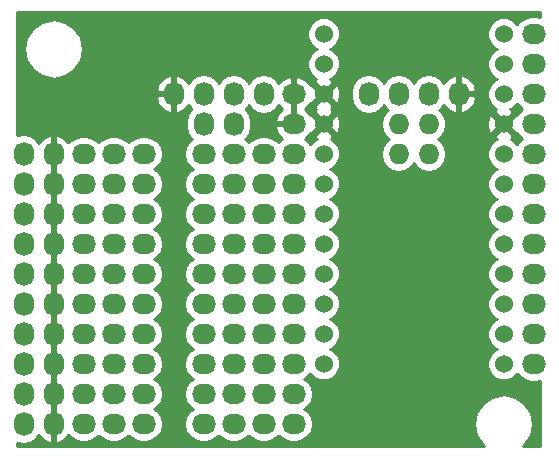
<source format=gbl>
G04 #@! TF.FileFunction,Copper,L2,Bot,Signal*
%FSLAX46Y46*%
G04 Gerber Fmt 4.6, Leading zero omitted, Abs format (unit mm)*
G04 Created by KiCad (PCBNEW 4.0.2+dfsg1-stable) date 2016年11月21日 00時06分46秒*
%MOMM*%
G01*
G04 APERTURE LIST*
%ADD10C,0.100000*%
%ADD11O,2.032000X1.727200*%
%ADD12O,1.727200X1.727200*%
%ADD13O,1.727200X2.032000*%
%ADD14C,1.524000*%
%ADD15C,0.600000*%
%ADD16C,0.250000*%
%ADD17C,0.254000*%
G04 APERTURE END LIST*
D10*
D11*
X121920000Y-115570000D03*
X124460000Y-115570000D03*
X127000000Y-115570000D03*
X121920000Y-118110000D03*
X124460000Y-118110000D03*
X127000000Y-118110000D03*
X121920000Y-120650000D03*
X124460000Y-120650000D03*
X127000000Y-120650000D03*
X121920000Y-123190000D03*
X124460000Y-123190000D03*
X127000000Y-123190000D03*
X121920000Y-125730000D03*
X124460000Y-125730000D03*
X127000000Y-125730000D03*
X121920000Y-128270000D03*
X124460000Y-128270000D03*
X127000000Y-128270000D03*
X121920000Y-130810000D03*
X124460000Y-130810000D03*
X127000000Y-130810000D03*
X121920000Y-133350000D03*
X124460000Y-133350000D03*
X127000000Y-133350000D03*
X121920000Y-135890000D03*
X124460000Y-135890000D03*
X127000000Y-135890000D03*
X121920000Y-138430000D03*
X124460000Y-138430000D03*
X127000000Y-138430000D03*
X132080000Y-115570000D03*
X134620000Y-115570000D03*
X137160000Y-115570000D03*
X132080000Y-118110000D03*
X134620000Y-118110000D03*
X137160000Y-118110000D03*
X132080000Y-120650000D03*
X134620000Y-120650000D03*
X137160000Y-120650000D03*
X132080000Y-123190000D03*
X134620000Y-123190000D03*
X137160000Y-123190000D03*
X132080000Y-125730000D03*
X134620000Y-125730000D03*
X137160000Y-125730000D03*
X132080000Y-128270000D03*
X134620000Y-128270000D03*
X137160000Y-128270000D03*
X132080000Y-130810000D03*
X134620000Y-130810000D03*
X137160000Y-130810000D03*
X132080000Y-133350000D03*
X134620000Y-133350000D03*
X137160000Y-133350000D03*
X132080000Y-135890000D03*
X134620000Y-135890000D03*
X137160000Y-135890000D03*
X132080000Y-138430000D03*
X134620000Y-138430000D03*
X137160000Y-138430000D03*
D12*
X151130000Y-113030000D03*
X151130000Y-115570000D03*
X148590000Y-113030000D03*
X148590000Y-115570000D03*
D13*
X151130000Y-110490000D03*
X153670000Y-110490000D03*
X146050000Y-110490000D03*
X148590000Y-110490000D03*
X132080000Y-113030000D03*
X134620000Y-113030000D03*
X132080000Y-110490000D03*
X129540000Y-110490000D03*
X137160000Y-110490000D03*
X134620000Y-110490000D03*
X119380000Y-138430000D03*
X119380000Y-135890000D03*
X119380000Y-133350000D03*
X119380000Y-130810000D03*
X119380000Y-128270000D03*
X119380000Y-125730000D03*
X119380000Y-123190000D03*
X119380000Y-120650000D03*
X119380000Y-118110000D03*
X119380000Y-115570000D03*
X116840000Y-138430000D03*
X116840000Y-135890000D03*
X116840000Y-133350000D03*
X116840000Y-130810000D03*
X116840000Y-128270000D03*
X116840000Y-125730000D03*
X116840000Y-123190000D03*
X116840000Y-120650000D03*
X116840000Y-118110000D03*
X116840000Y-115570000D03*
D11*
X139700000Y-110490000D03*
X139700000Y-113030000D03*
X139700000Y-115570000D03*
X139700000Y-118110000D03*
X139700000Y-120650000D03*
X139700000Y-123190000D03*
X139700000Y-125730000D03*
X139700000Y-128270000D03*
X139700000Y-130810000D03*
X139700000Y-133350000D03*
X139700000Y-135890000D03*
X139700000Y-138430000D03*
X160020000Y-105410000D03*
X160020000Y-107950000D03*
X160020000Y-110490000D03*
X160020000Y-113030000D03*
X160020000Y-115570000D03*
X160020000Y-118110000D03*
X160020000Y-120650000D03*
X160020000Y-123190000D03*
X160020000Y-125730000D03*
X160020000Y-128270000D03*
X160020000Y-130810000D03*
X160020000Y-133350000D03*
D14*
X142240000Y-105410000D03*
X142240000Y-107950000D03*
X142240000Y-110490000D03*
X142240000Y-113030000D03*
X142240000Y-115570000D03*
X142240000Y-118110000D03*
X142240000Y-120650000D03*
X142240000Y-123190000D03*
X142240000Y-125730000D03*
X142240000Y-128270000D03*
X142240000Y-130810000D03*
X142240000Y-133350000D03*
X157480000Y-133350000D03*
X157480000Y-130810000D03*
X157480000Y-128270000D03*
X157480000Y-125730000D03*
X157480000Y-123190000D03*
X157480000Y-120650000D03*
X157480000Y-118110000D03*
X157480000Y-115570000D03*
X157480000Y-113030000D03*
X157480000Y-110490000D03*
X157480000Y-107950000D03*
X157480000Y-105410000D03*
D15*
X153797000Y-106807000D03*
X119507000Y-111379000D03*
D16*
X153670000Y-110490000D02*
X153670000Y-106934000D01*
X153670000Y-106934000D02*
X153797000Y-106807000D01*
X119380000Y-115570000D02*
X119380000Y-111506000D01*
X119380000Y-111506000D02*
X119507000Y-111379000D01*
D17*
G36*
X160580000Y-103986043D02*
X160204745Y-103911400D01*
X159835255Y-103911400D01*
X159261766Y-104025474D01*
X158775585Y-104350330D01*
X158623431Y-104578045D01*
X158272370Y-104226371D01*
X157759100Y-104013243D01*
X157203339Y-104012758D01*
X156689697Y-104224990D01*
X156296371Y-104617630D01*
X156083243Y-105130900D01*
X156082758Y-105686661D01*
X156294990Y-106200303D01*
X156687630Y-106593629D01*
X156895512Y-106679949D01*
X156689697Y-106764990D01*
X156296371Y-107157630D01*
X156083243Y-107670900D01*
X156082758Y-108226661D01*
X156294990Y-108740303D01*
X156687630Y-109133629D01*
X156895512Y-109219949D01*
X156689697Y-109304990D01*
X156296371Y-109697630D01*
X156083243Y-110210900D01*
X156082758Y-110766661D01*
X156294990Y-111280303D01*
X156687630Y-111673629D01*
X156879727Y-111753395D01*
X156748857Y-111807603D01*
X156679392Y-112049787D01*
X157480000Y-112850395D01*
X158280608Y-112049787D01*
X158211143Y-111807603D01*
X158070682Y-111757491D01*
X158270303Y-111675010D01*
X158623648Y-111322281D01*
X158775585Y-111549670D01*
X159085069Y-111756461D01*
X158669268Y-112127964D01*
X158600963Y-112269763D01*
X158460213Y-112229392D01*
X157659605Y-113030000D01*
X158460213Y-113830608D01*
X158600963Y-113790237D01*
X158669268Y-113932036D01*
X159085069Y-114303539D01*
X158775585Y-114510330D01*
X158623431Y-114738045D01*
X158272370Y-114386371D01*
X158080273Y-114306605D01*
X158211143Y-114252397D01*
X158280608Y-114010213D01*
X157480000Y-113209605D01*
X156679392Y-114010213D01*
X156748857Y-114252397D01*
X156889318Y-114302509D01*
X156689697Y-114384990D01*
X156296371Y-114777630D01*
X156083243Y-115290900D01*
X156082758Y-115846661D01*
X156294990Y-116360303D01*
X156687630Y-116753629D01*
X156895512Y-116839949D01*
X156689697Y-116924990D01*
X156296371Y-117317630D01*
X156083243Y-117830900D01*
X156082758Y-118386661D01*
X156294990Y-118900303D01*
X156687630Y-119293629D01*
X156895512Y-119379949D01*
X156689697Y-119464990D01*
X156296371Y-119857630D01*
X156083243Y-120370900D01*
X156082758Y-120926661D01*
X156294990Y-121440303D01*
X156687630Y-121833629D01*
X156895512Y-121919949D01*
X156689697Y-122004990D01*
X156296371Y-122397630D01*
X156083243Y-122910900D01*
X156082758Y-123466661D01*
X156294990Y-123980303D01*
X156687630Y-124373629D01*
X156895512Y-124459949D01*
X156689697Y-124544990D01*
X156296371Y-124937630D01*
X156083243Y-125450900D01*
X156082758Y-126006661D01*
X156294990Y-126520303D01*
X156687630Y-126913629D01*
X156895512Y-126999949D01*
X156689697Y-127084990D01*
X156296371Y-127477630D01*
X156083243Y-127990900D01*
X156082758Y-128546661D01*
X156294990Y-129060303D01*
X156687630Y-129453629D01*
X156895512Y-129539949D01*
X156689697Y-129624990D01*
X156296371Y-130017630D01*
X156083243Y-130530900D01*
X156082758Y-131086661D01*
X156294990Y-131600303D01*
X156687630Y-131993629D01*
X156895512Y-132079949D01*
X156689697Y-132164990D01*
X156296371Y-132557630D01*
X156083243Y-133070900D01*
X156082758Y-133626661D01*
X156294990Y-134140303D01*
X156687630Y-134533629D01*
X157200900Y-134746757D01*
X157756661Y-134747242D01*
X158270303Y-134535010D01*
X158623648Y-134182281D01*
X158775585Y-134409670D01*
X159261766Y-134734526D01*
X159835255Y-134848600D01*
X160204745Y-134848600D01*
X160580000Y-134773957D01*
X160580000Y-140260000D01*
X159165312Y-140260000D01*
X159252046Y-140202046D01*
X159795289Y-139389024D01*
X159986051Y-138430000D01*
X159795289Y-137470976D01*
X159252046Y-136657954D01*
X158439024Y-136114711D01*
X157480000Y-135923949D01*
X156520976Y-136114711D01*
X155707954Y-136657954D01*
X155164711Y-137470976D01*
X154973949Y-138430000D01*
X155164711Y-139389024D01*
X155707954Y-140202046D01*
X155794688Y-140260000D01*
X116280000Y-140260000D01*
X116280000Y-140001954D01*
X116840000Y-140113345D01*
X117413489Y-139999271D01*
X117899670Y-139674415D01*
X118106461Y-139364931D01*
X118477964Y-139780732D01*
X119005209Y-140034709D01*
X119020974Y-140037358D01*
X119253000Y-139916217D01*
X119253000Y-138557000D01*
X119233000Y-138557000D01*
X119233000Y-138303000D01*
X119253000Y-138303000D01*
X119253000Y-136017000D01*
X119233000Y-136017000D01*
X119233000Y-135763000D01*
X119253000Y-135763000D01*
X119253000Y-133477000D01*
X119233000Y-133477000D01*
X119233000Y-133223000D01*
X119253000Y-133223000D01*
X119253000Y-130937000D01*
X119233000Y-130937000D01*
X119233000Y-130683000D01*
X119253000Y-130683000D01*
X119253000Y-128397000D01*
X119233000Y-128397000D01*
X119233000Y-128143000D01*
X119253000Y-128143000D01*
X119253000Y-125857000D01*
X119233000Y-125857000D01*
X119233000Y-125603000D01*
X119253000Y-125603000D01*
X119253000Y-123317000D01*
X119233000Y-123317000D01*
X119233000Y-123063000D01*
X119253000Y-123063000D01*
X119253000Y-120777000D01*
X119233000Y-120777000D01*
X119233000Y-120523000D01*
X119253000Y-120523000D01*
X119253000Y-118237000D01*
X119233000Y-118237000D01*
X119233000Y-117983000D01*
X119253000Y-117983000D01*
X119253000Y-115697000D01*
X119233000Y-115697000D01*
X119233000Y-115443000D01*
X119253000Y-115443000D01*
X119253000Y-114083783D01*
X119507000Y-114083783D01*
X119507000Y-115443000D01*
X119527000Y-115443000D01*
X119527000Y-115697000D01*
X119507000Y-115697000D01*
X119507000Y-117983000D01*
X119527000Y-117983000D01*
X119527000Y-118237000D01*
X119507000Y-118237000D01*
X119507000Y-120523000D01*
X119527000Y-120523000D01*
X119527000Y-120777000D01*
X119507000Y-120777000D01*
X119507000Y-123063000D01*
X119527000Y-123063000D01*
X119527000Y-123317000D01*
X119507000Y-123317000D01*
X119507000Y-125603000D01*
X119527000Y-125603000D01*
X119527000Y-125857000D01*
X119507000Y-125857000D01*
X119507000Y-128143000D01*
X119527000Y-128143000D01*
X119527000Y-128397000D01*
X119507000Y-128397000D01*
X119507000Y-130683000D01*
X119527000Y-130683000D01*
X119527000Y-130937000D01*
X119507000Y-130937000D01*
X119507000Y-133223000D01*
X119527000Y-133223000D01*
X119527000Y-133477000D01*
X119507000Y-133477000D01*
X119507000Y-135763000D01*
X119527000Y-135763000D01*
X119527000Y-136017000D01*
X119507000Y-136017000D01*
X119507000Y-138303000D01*
X119527000Y-138303000D01*
X119527000Y-138557000D01*
X119507000Y-138557000D01*
X119507000Y-139916217D01*
X119739026Y-140037358D01*
X119754791Y-140034709D01*
X120282036Y-139780732D01*
X120618466Y-139404186D01*
X120675585Y-139489670D01*
X121161766Y-139814526D01*
X121735255Y-139928600D01*
X122104745Y-139928600D01*
X122678234Y-139814526D01*
X123164415Y-139489670D01*
X123190000Y-139451379D01*
X123215585Y-139489670D01*
X123701766Y-139814526D01*
X124275255Y-139928600D01*
X124644745Y-139928600D01*
X125218234Y-139814526D01*
X125704415Y-139489670D01*
X125730000Y-139451379D01*
X125755585Y-139489670D01*
X126241766Y-139814526D01*
X126815255Y-139928600D01*
X127184745Y-139928600D01*
X127758234Y-139814526D01*
X128244415Y-139489670D01*
X128569271Y-139003489D01*
X128683345Y-138430000D01*
X128569271Y-137856511D01*
X128244415Y-137370330D01*
X127929634Y-137160000D01*
X128244415Y-136949670D01*
X128569271Y-136463489D01*
X128683345Y-135890000D01*
X128569271Y-135316511D01*
X128244415Y-134830330D01*
X127929634Y-134620000D01*
X128244415Y-134409670D01*
X128569271Y-133923489D01*
X128683345Y-133350000D01*
X128569271Y-132776511D01*
X128244415Y-132290330D01*
X127929634Y-132080000D01*
X128244415Y-131869670D01*
X128569271Y-131383489D01*
X128683345Y-130810000D01*
X128569271Y-130236511D01*
X128244415Y-129750330D01*
X127929634Y-129540000D01*
X128244415Y-129329670D01*
X128569271Y-128843489D01*
X128683345Y-128270000D01*
X128569271Y-127696511D01*
X128244415Y-127210330D01*
X127929634Y-127000000D01*
X128244415Y-126789670D01*
X128569271Y-126303489D01*
X128683345Y-125730000D01*
X128569271Y-125156511D01*
X128244415Y-124670330D01*
X127929634Y-124460000D01*
X128244415Y-124249670D01*
X128569271Y-123763489D01*
X128683345Y-123190000D01*
X128569271Y-122616511D01*
X128244415Y-122130330D01*
X127929634Y-121920000D01*
X128244415Y-121709670D01*
X128569271Y-121223489D01*
X128683345Y-120650000D01*
X128569271Y-120076511D01*
X128244415Y-119590330D01*
X127929634Y-119380000D01*
X128244415Y-119169670D01*
X128569271Y-118683489D01*
X128683345Y-118110000D01*
X128569271Y-117536511D01*
X128244415Y-117050330D01*
X127929634Y-116840000D01*
X128244415Y-116629670D01*
X128569271Y-116143489D01*
X128683345Y-115570000D01*
X128569271Y-114996511D01*
X128244415Y-114510330D01*
X127758234Y-114185474D01*
X127184745Y-114071400D01*
X126815255Y-114071400D01*
X126241766Y-114185474D01*
X125755585Y-114510330D01*
X125730000Y-114548621D01*
X125704415Y-114510330D01*
X125218234Y-114185474D01*
X124644745Y-114071400D01*
X124275255Y-114071400D01*
X123701766Y-114185474D01*
X123215585Y-114510330D01*
X123190000Y-114548621D01*
X123164415Y-114510330D01*
X122678234Y-114185474D01*
X122104745Y-114071400D01*
X121735255Y-114071400D01*
X121161766Y-114185474D01*
X120675585Y-114510330D01*
X120618466Y-114595814D01*
X120282036Y-114219268D01*
X119754791Y-113965291D01*
X119739026Y-113962642D01*
X119507000Y-114083783D01*
X119253000Y-114083783D01*
X119020974Y-113962642D01*
X119005209Y-113965291D01*
X118477964Y-114219268D01*
X118106461Y-114635069D01*
X117899670Y-114325585D01*
X117413489Y-114000729D01*
X116840000Y-113886655D01*
X116280000Y-113998046D01*
X116280000Y-110851913D01*
X128054816Y-110851913D01*
X128248046Y-111404320D01*
X128637964Y-111840732D01*
X129165209Y-112094709D01*
X129180974Y-112097358D01*
X129413000Y-111976217D01*
X129413000Y-110617000D01*
X128199076Y-110617000D01*
X128054816Y-110851913D01*
X116280000Y-110851913D01*
X116280000Y-110128087D01*
X128054816Y-110128087D01*
X128199076Y-110363000D01*
X129413000Y-110363000D01*
X129413000Y-109003783D01*
X129667000Y-109003783D01*
X129667000Y-110363000D01*
X129687000Y-110363000D01*
X129687000Y-110617000D01*
X129667000Y-110617000D01*
X129667000Y-111976217D01*
X129899026Y-112097358D01*
X129914791Y-112094709D01*
X130442036Y-111840732D01*
X130813539Y-111424931D01*
X131020330Y-111734415D01*
X131058621Y-111760000D01*
X131020330Y-111785585D01*
X130695474Y-112271766D01*
X130581400Y-112845255D01*
X130581400Y-113214745D01*
X130695474Y-113788234D01*
X131020330Y-114274415D01*
X131104493Y-114330651D01*
X130835585Y-114510330D01*
X130510729Y-114996511D01*
X130396655Y-115570000D01*
X130510729Y-116143489D01*
X130835585Y-116629670D01*
X131150366Y-116840000D01*
X130835585Y-117050330D01*
X130510729Y-117536511D01*
X130396655Y-118110000D01*
X130510729Y-118683489D01*
X130835585Y-119169670D01*
X131150366Y-119380000D01*
X130835585Y-119590330D01*
X130510729Y-120076511D01*
X130396655Y-120650000D01*
X130510729Y-121223489D01*
X130835585Y-121709670D01*
X131150366Y-121920000D01*
X130835585Y-122130330D01*
X130510729Y-122616511D01*
X130396655Y-123190000D01*
X130510729Y-123763489D01*
X130835585Y-124249670D01*
X131150366Y-124460000D01*
X130835585Y-124670330D01*
X130510729Y-125156511D01*
X130396655Y-125730000D01*
X130510729Y-126303489D01*
X130835585Y-126789670D01*
X131150366Y-127000000D01*
X130835585Y-127210330D01*
X130510729Y-127696511D01*
X130396655Y-128270000D01*
X130510729Y-128843489D01*
X130835585Y-129329670D01*
X131150366Y-129540000D01*
X130835585Y-129750330D01*
X130510729Y-130236511D01*
X130396655Y-130810000D01*
X130510729Y-131383489D01*
X130835585Y-131869670D01*
X131150366Y-132080000D01*
X130835585Y-132290330D01*
X130510729Y-132776511D01*
X130396655Y-133350000D01*
X130510729Y-133923489D01*
X130835585Y-134409670D01*
X131150366Y-134620000D01*
X130835585Y-134830330D01*
X130510729Y-135316511D01*
X130396655Y-135890000D01*
X130510729Y-136463489D01*
X130835585Y-136949670D01*
X131150366Y-137160000D01*
X130835585Y-137370330D01*
X130510729Y-137856511D01*
X130396655Y-138430000D01*
X130510729Y-139003489D01*
X130835585Y-139489670D01*
X131321766Y-139814526D01*
X131895255Y-139928600D01*
X132264745Y-139928600D01*
X132838234Y-139814526D01*
X133324415Y-139489670D01*
X133350000Y-139451379D01*
X133375585Y-139489670D01*
X133861766Y-139814526D01*
X134435255Y-139928600D01*
X134804745Y-139928600D01*
X135378234Y-139814526D01*
X135864415Y-139489670D01*
X135890000Y-139451379D01*
X135915585Y-139489670D01*
X136401766Y-139814526D01*
X136975255Y-139928600D01*
X137344745Y-139928600D01*
X137918234Y-139814526D01*
X138404415Y-139489670D01*
X138430000Y-139451379D01*
X138455585Y-139489670D01*
X138941766Y-139814526D01*
X139515255Y-139928600D01*
X139884745Y-139928600D01*
X140458234Y-139814526D01*
X140944415Y-139489670D01*
X141269271Y-139003489D01*
X141383345Y-138430000D01*
X141269271Y-137856511D01*
X140944415Y-137370330D01*
X140629634Y-137160000D01*
X140944415Y-136949670D01*
X141269271Y-136463489D01*
X141383345Y-135890000D01*
X141269271Y-135316511D01*
X140944415Y-134830330D01*
X140629634Y-134620000D01*
X140944415Y-134409670D01*
X141096569Y-134181955D01*
X141447630Y-134533629D01*
X141960900Y-134746757D01*
X142516661Y-134747242D01*
X143030303Y-134535010D01*
X143423629Y-134142370D01*
X143636757Y-133629100D01*
X143637242Y-133073339D01*
X143425010Y-132559697D01*
X143032370Y-132166371D01*
X142824488Y-132080051D01*
X143030303Y-131995010D01*
X143423629Y-131602370D01*
X143636757Y-131089100D01*
X143637242Y-130533339D01*
X143425010Y-130019697D01*
X143032370Y-129626371D01*
X142824488Y-129540051D01*
X143030303Y-129455010D01*
X143423629Y-129062370D01*
X143636757Y-128549100D01*
X143637242Y-127993339D01*
X143425010Y-127479697D01*
X143032370Y-127086371D01*
X142824488Y-127000051D01*
X143030303Y-126915010D01*
X143423629Y-126522370D01*
X143636757Y-126009100D01*
X143637242Y-125453339D01*
X143425010Y-124939697D01*
X143032370Y-124546371D01*
X142824488Y-124460051D01*
X143030303Y-124375010D01*
X143423629Y-123982370D01*
X143636757Y-123469100D01*
X143637242Y-122913339D01*
X143425010Y-122399697D01*
X143032370Y-122006371D01*
X142824488Y-121920051D01*
X143030303Y-121835010D01*
X143423629Y-121442370D01*
X143636757Y-120929100D01*
X143637242Y-120373339D01*
X143425010Y-119859697D01*
X143032370Y-119466371D01*
X142824488Y-119380051D01*
X143030303Y-119295010D01*
X143423629Y-118902370D01*
X143636757Y-118389100D01*
X143637242Y-117833339D01*
X143425010Y-117319697D01*
X143032370Y-116926371D01*
X142824488Y-116840051D01*
X143030303Y-116755010D01*
X143423629Y-116362370D01*
X143636757Y-115849100D01*
X143637242Y-115293339D01*
X143425010Y-114779697D01*
X143032370Y-114386371D01*
X142840273Y-114306605D01*
X142971143Y-114252397D01*
X143040608Y-114010213D01*
X142240000Y-113209605D01*
X141439392Y-114010213D01*
X141508857Y-114252397D01*
X141649318Y-114302509D01*
X141449697Y-114384990D01*
X141096352Y-114737719D01*
X140944415Y-114510330D01*
X140634931Y-114303539D01*
X141050732Y-113932036D01*
X141119037Y-113790237D01*
X141259787Y-113830608D01*
X142060395Y-113030000D01*
X142419605Y-113030000D01*
X143220213Y-113830608D01*
X143462397Y-113761143D01*
X143649144Y-113237698D01*
X143621362Y-112682632D01*
X143462397Y-112298857D01*
X143220213Y-112229392D01*
X142419605Y-113030000D01*
X142060395Y-113030000D01*
X141259787Y-112229392D01*
X141119037Y-112269763D01*
X141050732Y-112127964D01*
X140638892Y-111760000D01*
X140963233Y-111470213D01*
X141439392Y-111470213D01*
X141508857Y-111712397D01*
X141632344Y-111756453D01*
X141508857Y-111807603D01*
X141439392Y-112049787D01*
X142240000Y-112850395D01*
X143040608Y-112049787D01*
X142971143Y-111807603D01*
X142847656Y-111763547D01*
X142971143Y-111712397D01*
X143040608Y-111470213D01*
X142240000Y-110669605D01*
X141439392Y-111470213D01*
X140963233Y-111470213D01*
X141050732Y-111392036D01*
X141119037Y-111250237D01*
X141259787Y-111290608D01*
X142060395Y-110490000D01*
X142419605Y-110490000D01*
X143220213Y-111290608D01*
X143462397Y-111221143D01*
X143649144Y-110697698D01*
X143629502Y-110305255D01*
X144551400Y-110305255D01*
X144551400Y-110674745D01*
X144665474Y-111248234D01*
X144990330Y-111734415D01*
X145476511Y-112059271D01*
X146050000Y-112173345D01*
X146623489Y-112059271D01*
X147109670Y-111734415D01*
X147320000Y-111419634D01*
X147530330Y-111734415D01*
X147684896Y-111837693D01*
X147530330Y-111940971D01*
X147205474Y-112427152D01*
X147091400Y-113000641D01*
X147091400Y-113059359D01*
X147205474Y-113632848D01*
X147530330Y-114119029D01*
X147801172Y-114300000D01*
X147530330Y-114480971D01*
X147205474Y-114967152D01*
X147091400Y-115540641D01*
X147091400Y-115599359D01*
X147205474Y-116172848D01*
X147530330Y-116659029D01*
X148016511Y-116983885D01*
X148590000Y-117097959D01*
X149163489Y-116983885D01*
X149649670Y-116659029D01*
X149860000Y-116344248D01*
X150070330Y-116659029D01*
X150556511Y-116983885D01*
X151130000Y-117097959D01*
X151703489Y-116983885D01*
X152189670Y-116659029D01*
X152514526Y-116172848D01*
X152628600Y-115599359D01*
X152628600Y-115540641D01*
X152514526Y-114967152D01*
X152189670Y-114480971D01*
X151918828Y-114300000D01*
X152189670Y-114119029D01*
X152514526Y-113632848D01*
X152628600Y-113059359D01*
X152628600Y-113000641D01*
X152593127Y-112822302D01*
X156070856Y-112822302D01*
X156098638Y-113377368D01*
X156257603Y-113761143D01*
X156499787Y-113830608D01*
X157300395Y-113030000D01*
X156499787Y-112229392D01*
X156257603Y-112298857D01*
X156070856Y-112822302D01*
X152593127Y-112822302D01*
X152514526Y-112427152D01*
X152189670Y-111940971D01*
X152035104Y-111837693D01*
X152189670Y-111734415D01*
X152396461Y-111424931D01*
X152767964Y-111840732D01*
X153295209Y-112094709D01*
X153310974Y-112097358D01*
X153543000Y-111976217D01*
X153543000Y-110617000D01*
X153797000Y-110617000D01*
X153797000Y-111976217D01*
X154029026Y-112097358D01*
X154044791Y-112094709D01*
X154572036Y-111840732D01*
X154961954Y-111404320D01*
X155155184Y-110851913D01*
X155010924Y-110617000D01*
X153797000Y-110617000D01*
X153543000Y-110617000D01*
X153523000Y-110617000D01*
X153523000Y-110363000D01*
X153543000Y-110363000D01*
X153543000Y-109003783D01*
X153797000Y-109003783D01*
X153797000Y-110363000D01*
X155010924Y-110363000D01*
X155155184Y-110128087D01*
X154961954Y-109575680D01*
X154572036Y-109139268D01*
X154044791Y-108885291D01*
X154029026Y-108882642D01*
X153797000Y-109003783D01*
X153543000Y-109003783D01*
X153310974Y-108882642D01*
X153295209Y-108885291D01*
X152767964Y-109139268D01*
X152396461Y-109555069D01*
X152189670Y-109245585D01*
X151703489Y-108920729D01*
X151130000Y-108806655D01*
X150556511Y-108920729D01*
X150070330Y-109245585D01*
X149860000Y-109560366D01*
X149649670Y-109245585D01*
X149163489Y-108920729D01*
X148590000Y-108806655D01*
X148016511Y-108920729D01*
X147530330Y-109245585D01*
X147320000Y-109560366D01*
X147109670Y-109245585D01*
X146623489Y-108920729D01*
X146050000Y-108806655D01*
X145476511Y-108920729D01*
X144990330Y-109245585D01*
X144665474Y-109731766D01*
X144551400Y-110305255D01*
X143629502Y-110305255D01*
X143621362Y-110142632D01*
X143462397Y-109758857D01*
X143220213Y-109689392D01*
X142419605Y-110490000D01*
X142060395Y-110490000D01*
X141259787Y-109689392D01*
X141119037Y-109729763D01*
X141050732Y-109587964D01*
X140614320Y-109198046D01*
X140061913Y-109004816D01*
X139827000Y-109149076D01*
X139827000Y-110363000D01*
X139847000Y-110363000D01*
X139847000Y-110617000D01*
X139827000Y-110617000D01*
X139827000Y-112903000D01*
X139847000Y-112903000D01*
X139847000Y-113157000D01*
X139827000Y-113157000D01*
X139827000Y-113177000D01*
X139573000Y-113177000D01*
X139573000Y-113157000D01*
X138213783Y-113157000D01*
X138092642Y-113389026D01*
X138095291Y-113404791D01*
X138349268Y-113932036D01*
X138765069Y-114303539D01*
X138455585Y-114510330D01*
X138430000Y-114548621D01*
X138404415Y-114510330D01*
X137918234Y-114185474D01*
X137344745Y-114071400D01*
X136975255Y-114071400D01*
X136401766Y-114185474D01*
X135915585Y-114510330D01*
X135890000Y-114548621D01*
X135864415Y-114510330D01*
X135595507Y-114330651D01*
X135679670Y-114274415D01*
X136004526Y-113788234D01*
X136118600Y-113214745D01*
X136118600Y-112845255D01*
X136004526Y-112271766D01*
X135679670Y-111785585D01*
X135641379Y-111760000D01*
X135679670Y-111734415D01*
X135890000Y-111419634D01*
X136100330Y-111734415D01*
X136586511Y-112059271D01*
X137160000Y-112173345D01*
X137733489Y-112059271D01*
X138219670Y-111734415D01*
X138411368Y-111447520D01*
X138761108Y-111760000D01*
X138349268Y-112127964D01*
X138095291Y-112655209D01*
X138092642Y-112670974D01*
X138213783Y-112903000D01*
X139573000Y-112903000D01*
X139573000Y-110617000D01*
X139553000Y-110617000D01*
X139553000Y-110363000D01*
X139573000Y-110363000D01*
X139573000Y-109149076D01*
X139338087Y-109004816D01*
X138785680Y-109198046D01*
X138411368Y-109532480D01*
X138219670Y-109245585D01*
X137733489Y-108920729D01*
X137160000Y-108806655D01*
X136586511Y-108920729D01*
X136100330Y-109245585D01*
X135890000Y-109560366D01*
X135679670Y-109245585D01*
X135193489Y-108920729D01*
X134620000Y-108806655D01*
X134046511Y-108920729D01*
X133560330Y-109245585D01*
X133350000Y-109560366D01*
X133139670Y-109245585D01*
X132653489Y-108920729D01*
X132080000Y-108806655D01*
X131506511Y-108920729D01*
X131020330Y-109245585D01*
X130813539Y-109555069D01*
X130442036Y-109139268D01*
X129914791Y-108885291D01*
X129899026Y-108882642D01*
X129667000Y-109003783D01*
X129413000Y-109003783D01*
X129180974Y-108882642D01*
X129165209Y-108885291D01*
X128637964Y-109139268D01*
X128248046Y-109575680D01*
X128054816Y-110128087D01*
X116280000Y-110128087D01*
X116280000Y-106680000D01*
X116873949Y-106680000D01*
X117064711Y-107639024D01*
X117607954Y-108452046D01*
X118420976Y-108995289D01*
X119380000Y-109186051D01*
X120339024Y-108995289D01*
X121152046Y-108452046D01*
X121695289Y-107639024D01*
X121886051Y-106680000D01*
X121695289Y-105720976D01*
X121672361Y-105686661D01*
X140842758Y-105686661D01*
X141054990Y-106200303D01*
X141447630Y-106593629D01*
X141655512Y-106679949D01*
X141449697Y-106764990D01*
X141056371Y-107157630D01*
X140843243Y-107670900D01*
X140842758Y-108226661D01*
X141054990Y-108740303D01*
X141447630Y-109133629D01*
X141639727Y-109213395D01*
X141508857Y-109267603D01*
X141439392Y-109509787D01*
X142240000Y-110310395D01*
X143040608Y-109509787D01*
X142971143Y-109267603D01*
X142830682Y-109217491D01*
X143030303Y-109135010D01*
X143423629Y-108742370D01*
X143636757Y-108229100D01*
X143637242Y-107673339D01*
X143425010Y-107159697D01*
X143032370Y-106766371D01*
X142824488Y-106680051D01*
X143030303Y-106595010D01*
X143423629Y-106202370D01*
X143636757Y-105689100D01*
X143637242Y-105133339D01*
X143425010Y-104619697D01*
X143032370Y-104226371D01*
X142519100Y-104013243D01*
X141963339Y-104012758D01*
X141449697Y-104224990D01*
X141056371Y-104617630D01*
X140843243Y-105130900D01*
X140842758Y-105686661D01*
X121672361Y-105686661D01*
X121152046Y-104907954D01*
X120339024Y-104364711D01*
X119380000Y-104173949D01*
X118420976Y-104364711D01*
X117607954Y-104907954D01*
X117064711Y-105720976D01*
X116873949Y-106680000D01*
X116280000Y-106680000D01*
X116280000Y-103580000D01*
X160580000Y-103580000D01*
X160580000Y-103986043D01*
X160580000Y-103986043D01*
G37*
X160580000Y-103986043D02*
X160204745Y-103911400D01*
X159835255Y-103911400D01*
X159261766Y-104025474D01*
X158775585Y-104350330D01*
X158623431Y-104578045D01*
X158272370Y-104226371D01*
X157759100Y-104013243D01*
X157203339Y-104012758D01*
X156689697Y-104224990D01*
X156296371Y-104617630D01*
X156083243Y-105130900D01*
X156082758Y-105686661D01*
X156294990Y-106200303D01*
X156687630Y-106593629D01*
X156895512Y-106679949D01*
X156689697Y-106764990D01*
X156296371Y-107157630D01*
X156083243Y-107670900D01*
X156082758Y-108226661D01*
X156294990Y-108740303D01*
X156687630Y-109133629D01*
X156895512Y-109219949D01*
X156689697Y-109304990D01*
X156296371Y-109697630D01*
X156083243Y-110210900D01*
X156082758Y-110766661D01*
X156294990Y-111280303D01*
X156687630Y-111673629D01*
X156879727Y-111753395D01*
X156748857Y-111807603D01*
X156679392Y-112049787D01*
X157480000Y-112850395D01*
X158280608Y-112049787D01*
X158211143Y-111807603D01*
X158070682Y-111757491D01*
X158270303Y-111675010D01*
X158623648Y-111322281D01*
X158775585Y-111549670D01*
X159085069Y-111756461D01*
X158669268Y-112127964D01*
X158600963Y-112269763D01*
X158460213Y-112229392D01*
X157659605Y-113030000D01*
X158460213Y-113830608D01*
X158600963Y-113790237D01*
X158669268Y-113932036D01*
X159085069Y-114303539D01*
X158775585Y-114510330D01*
X158623431Y-114738045D01*
X158272370Y-114386371D01*
X158080273Y-114306605D01*
X158211143Y-114252397D01*
X158280608Y-114010213D01*
X157480000Y-113209605D01*
X156679392Y-114010213D01*
X156748857Y-114252397D01*
X156889318Y-114302509D01*
X156689697Y-114384990D01*
X156296371Y-114777630D01*
X156083243Y-115290900D01*
X156082758Y-115846661D01*
X156294990Y-116360303D01*
X156687630Y-116753629D01*
X156895512Y-116839949D01*
X156689697Y-116924990D01*
X156296371Y-117317630D01*
X156083243Y-117830900D01*
X156082758Y-118386661D01*
X156294990Y-118900303D01*
X156687630Y-119293629D01*
X156895512Y-119379949D01*
X156689697Y-119464990D01*
X156296371Y-119857630D01*
X156083243Y-120370900D01*
X156082758Y-120926661D01*
X156294990Y-121440303D01*
X156687630Y-121833629D01*
X156895512Y-121919949D01*
X156689697Y-122004990D01*
X156296371Y-122397630D01*
X156083243Y-122910900D01*
X156082758Y-123466661D01*
X156294990Y-123980303D01*
X156687630Y-124373629D01*
X156895512Y-124459949D01*
X156689697Y-124544990D01*
X156296371Y-124937630D01*
X156083243Y-125450900D01*
X156082758Y-126006661D01*
X156294990Y-126520303D01*
X156687630Y-126913629D01*
X156895512Y-126999949D01*
X156689697Y-127084990D01*
X156296371Y-127477630D01*
X156083243Y-127990900D01*
X156082758Y-128546661D01*
X156294990Y-129060303D01*
X156687630Y-129453629D01*
X156895512Y-129539949D01*
X156689697Y-129624990D01*
X156296371Y-130017630D01*
X156083243Y-130530900D01*
X156082758Y-131086661D01*
X156294990Y-131600303D01*
X156687630Y-131993629D01*
X156895512Y-132079949D01*
X156689697Y-132164990D01*
X156296371Y-132557630D01*
X156083243Y-133070900D01*
X156082758Y-133626661D01*
X156294990Y-134140303D01*
X156687630Y-134533629D01*
X157200900Y-134746757D01*
X157756661Y-134747242D01*
X158270303Y-134535010D01*
X158623648Y-134182281D01*
X158775585Y-134409670D01*
X159261766Y-134734526D01*
X159835255Y-134848600D01*
X160204745Y-134848600D01*
X160580000Y-134773957D01*
X160580000Y-140260000D01*
X159165312Y-140260000D01*
X159252046Y-140202046D01*
X159795289Y-139389024D01*
X159986051Y-138430000D01*
X159795289Y-137470976D01*
X159252046Y-136657954D01*
X158439024Y-136114711D01*
X157480000Y-135923949D01*
X156520976Y-136114711D01*
X155707954Y-136657954D01*
X155164711Y-137470976D01*
X154973949Y-138430000D01*
X155164711Y-139389024D01*
X155707954Y-140202046D01*
X155794688Y-140260000D01*
X116280000Y-140260000D01*
X116280000Y-140001954D01*
X116840000Y-140113345D01*
X117413489Y-139999271D01*
X117899670Y-139674415D01*
X118106461Y-139364931D01*
X118477964Y-139780732D01*
X119005209Y-140034709D01*
X119020974Y-140037358D01*
X119253000Y-139916217D01*
X119253000Y-138557000D01*
X119233000Y-138557000D01*
X119233000Y-138303000D01*
X119253000Y-138303000D01*
X119253000Y-136017000D01*
X119233000Y-136017000D01*
X119233000Y-135763000D01*
X119253000Y-135763000D01*
X119253000Y-133477000D01*
X119233000Y-133477000D01*
X119233000Y-133223000D01*
X119253000Y-133223000D01*
X119253000Y-130937000D01*
X119233000Y-130937000D01*
X119233000Y-130683000D01*
X119253000Y-130683000D01*
X119253000Y-128397000D01*
X119233000Y-128397000D01*
X119233000Y-128143000D01*
X119253000Y-128143000D01*
X119253000Y-125857000D01*
X119233000Y-125857000D01*
X119233000Y-125603000D01*
X119253000Y-125603000D01*
X119253000Y-123317000D01*
X119233000Y-123317000D01*
X119233000Y-123063000D01*
X119253000Y-123063000D01*
X119253000Y-120777000D01*
X119233000Y-120777000D01*
X119233000Y-120523000D01*
X119253000Y-120523000D01*
X119253000Y-118237000D01*
X119233000Y-118237000D01*
X119233000Y-117983000D01*
X119253000Y-117983000D01*
X119253000Y-115697000D01*
X119233000Y-115697000D01*
X119233000Y-115443000D01*
X119253000Y-115443000D01*
X119253000Y-114083783D01*
X119507000Y-114083783D01*
X119507000Y-115443000D01*
X119527000Y-115443000D01*
X119527000Y-115697000D01*
X119507000Y-115697000D01*
X119507000Y-117983000D01*
X119527000Y-117983000D01*
X119527000Y-118237000D01*
X119507000Y-118237000D01*
X119507000Y-120523000D01*
X119527000Y-120523000D01*
X119527000Y-120777000D01*
X119507000Y-120777000D01*
X119507000Y-123063000D01*
X119527000Y-123063000D01*
X119527000Y-123317000D01*
X119507000Y-123317000D01*
X119507000Y-125603000D01*
X119527000Y-125603000D01*
X119527000Y-125857000D01*
X119507000Y-125857000D01*
X119507000Y-128143000D01*
X119527000Y-128143000D01*
X119527000Y-128397000D01*
X119507000Y-128397000D01*
X119507000Y-130683000D01*
X119527000Y-130683000D01*
X119527000Y-130937000D01*
X119507000Y-130937000D01*
X119507000Y-133223000D01*
X119527000Y-133223000D01*
X119527000Y-133477000D01*
X119507000Y-133477000D01*
X119507000Y-135763000D01*
X119527000Y-135763000D01*
X119527000Y-136017000D01*
X119507000Y-136017000D01*
X119507000Y-138303000D01*
X119527000Y-138303000D01*
X119527000Y-138557000D01*
X119507000Y-138557000D01*
X119507000Y-139916217D01*
X119739026Y-140037358D01*
X119754791Y-140034709D01*
X120282036Y-139780732D01*
X120618466Y-139404186D01*
X120675585Y-139489670D01*
X121161766Y-139814526D01*
X121735255Y-139928600D01*
X122104745Y-139928600D01*
X122678234Y-139814526D01*
X123164415Y-139489670D01*
X123190000Y-139451379D01*
X123215585Y-139489670D01*
X123701766Y-139814526D01*
X124275255Y-139928600D01*
X124644745Y-139928600D01*
X125218234Y-139814526D01*
X125704415Y-139489670D01*
X125730000Y-139451379D01*
X125755585Y-139489670D01*
X126241766Y-139814526D01*
X126815255Y-139928600D01*
X127184745Y-139928600D01*
X127758234Y-139814526D01*
X128244415Y-139489670D01*
X128569271Y-139003489D01*
X128683345Y-138430000D01*
X128569271Y-137856511D01*
X128244415Y-137370330D01*
X127929634Y-137160000D01*
X128244415Y-136949670D01*
X128569271Y-136463489D01*
X128683345Y-135890000D01*
X128569271Y-135316511D01*
X128244415Y-134830330D01*
X127929634Y-134620000D01*
X128244415Y-134409670D01*
X128569271Y-133923489D01*
X128683345Y-133350000D01*
X128569271Y-132776511D01*
X128244415Y-132290330D01*
X127929634Y-132080000D01*
X128244415Y-131869670D01*
X128569271Y-131383489D01*
X128683345Y-130810000D01*
X128569271Y-130236511D01*
X128244415Y-129750330D01*
X127929634Y-129540000D01*
X128244415Y-129329670D01*
X128569271Y-128843489D01*
X128683345Y-128270000D01*
X128569271Y-127696511D01*
X128244415Y-127210330D01*
X127929634Y-127000000D01*
X128244415Y-126789670D01*
X128569271Y-126303489D01*
X128683345Y-125730000D01*
X128569271Y-125156511D01*
X128244415Y-124670330D01*
X127929634Y-124460000D01*
X128244415Y-124249670D01*
X128569271Y-123763489D01*
X128683345Y-123190000D01*
X128569271Y-122616511D01*
X128244415Y-122130330D01*
X127929634Y-121920000D01*
X128244415Y-121709670D01*
X128569271Y-121223489D01*
X128683345Y-120650000D01*
X128569271Y-120076511D01*
X128244415Y-119590330D01*
X127929634Y-119380000D01*
X128244415Y-119169670D01*
X128569271Y-118683489D01*
X128683345Y-118110000D01*
X128569271Y-117536511D01*
X128244415Y-117050330D01*
X127929634Y-116840000D01*
X128244415Y-116629670D01*
X128569271Y-116143489D01*
X128683345Y-115570000D01*
X128569271Y-114996511D01*
X128244415Y-114510330D01*
X127758234Y-114185474D01*
X127184745Y-114071400D01*
X126815255Y-114071400D01*
X126241766Y-114185474D01*
X125755585Y-114510330D01*
X125730000Y-114548621D01*
X125704415Y-114510330D01*
X125218234Y-114185474D01*
X124644745Y-114071400D01*
X124275255Y-114071400D01*
X123701766Y-114185474D01*
X123215585Y-114510330D01*
X123190000Y-114548621D01*
X123164415Y-114510330D01*
X122678234Y-114185474D01*
X122104745Y-114071400D01*
X121735255Y-114071400D01*
X121161766Y-114185474D01*
X120675585Y-114510330D01*
X120618466Y-114595814D01*
X120282036Y-114219268D01*
X119754791Y-113965291D01*
X119739026Y-113962642D01*
X119507000Y-114083783D01*
X119253000Y-114083783D01*
X119020974Y-113962642D01*
X119005209Y-113965291D01*
X118477964Y-114219268D01*
X118106461Y-114635069D01*
X117899670Y-114325585D01*
X117413489Y-114000729D01*
X116840000Y-113886655D01*
X116280000Y-113998046D01*
X116280000Y-110851913D01*
X128054816Y-110851913D01*
X128248046Y-111404320D01*
X128637964Y-111840732D01*
X129165209Y-112094709D01*
X129180974Y-112097358D01*
X129413000Y-111976217D01*
X129413000Y-110617000D01*
X128199076Y-110617000D01*
X128054816Y-110851913D01*
X116280000Y-110851913D01*
X116280000Y-110128087D01*
X128054816Y-110128087D01*
X128199076Y-110363000D01*
X129413000Y-110363000D01*
X129413000Y-109003783D01*
X129667000Y-109003783D01*
X129667000Y-110363000D01*
X129687000Y-110363000D01*
X129687000Y-110617000D01*
X129667000Y-110617000D01*
X129667000Y-111976217D01*
X129899026Y-112097358D01*
X129914791Y-112094709D01*
X130442036Y-111840732D01*
X130813539Y-111424931D01*
X131020330Y-111734415D01*
X131058621Y-111760000D01*
X131020330Y-111785585D01*
X130695474Y-112271766D01*
X130581400Y-112845255D01*
X130581400Y-113214745D01*
X130695474Y-113788234D01*
X131020330Y-114274415D01*
X131104493Y-114330651D01*
X130835585Y-114510330D01*
X130510729Y-114996511D01*
X130396655Y-115570000D01*
X130510729Y-116143489D01*
X130835585Y-116629670D01*
X131150366Y-116840000D01*
X130835585Y-117050330D01*
X130510729Y-117536511D01*
X130396655Y-118110000D01*
X130510729Y-118683489D01*
X130835585Y-119169670D01*
X131150366Y-119380000D01*
X130835585Y-119590330D01*
X130510729Y-120076511D01*
X130396655Y-120650000D01*
X130510729Y-121223489D01*
X130835585Y-121709670D01*
X131150366Y-121920000D01*
X130835585Y-122130330D01*
X130510729Y-122616511D01*
X130396655Y-123190000D01*
X130510729Y-123763489D01*
X130835585Y-124249670D01*
X131150366Y-124460000D01*
X130835585Y-124670330D01*
X130510729Y-125156511D01*
X130396655Y-125730000D01*
X130510729Y-126303489D01*
X130835585Y-126789670D01*
X131150366Y-127000000D01*
X130835585Y-127210330D01*
X130510729Y-127696511D01*
X130396655Y-128270000D01*
X130510729Y-128843489D01*
X130835585Y-129329670D01*
X131150366Y-129540000D01*
X130835585Y-129750330D01*
X130510729Y-130236511D01*
X130396655Y-130810000D01*
X130510729Y-131383489D01*
X130835585Y-131869670D01*
X131150366Y-132080000D01*
X130835585Y-132290330D01*
X130510729Y-132776511D01*
X130396655Y-133350000D01*
X130510729Y-133923489D01*
X130835585Y-134409670D01*
X131150366Y-134620000D01*
X130835585Y-134830330D01*
X130510729Y-135316511D01*
X130396655Y-135890000D01*
X130510729Y-136463489D01*
X130835585Y-136949670D01*
X131150366Y-137160000D01*
X130835585Y-137370330D01*
X130510729Y-137856511D01*
X130396655Y-138430000D01*
X130510729Y-139003489D01*
X130835585Y-139489670D01*
X131321766Y-139814526D01*
X131895255Y-139928600D01*
X132264745Y-139928600D01*
X132838234Y-139814526D01*
X133324415Y-139489670D01*
X133350000Y-139451379D01*
X133375585Y-139489670D01*
X133861766Y-139814526D01*
X134435255Y-139928600D01*
X134804745Y-139928600D01*
X135378234Y-139814526D01*
X135864415Y-139489670D01*
X135890000Y-139451379D01*
X135915585Y-139489670D01*
X136401766Y-139814526D01*
X136975255Y-139928600D01*
X137344745Y-139928600D01*
X137918234Y-139814526D01*
X138404415Y-139489670D01*
X138430000Y-139451379D01*
X138455585Y-139489670D01*
X138941766Y-139814526D01*
X139515255Y-139928600D01*
X139884745Y-139928600D01*
X140458234Y-139814526D01*
X140944415Y-139489670D01*
X141269271Y-139003489D01*
X141383345Y-138430000D01*
X141269271Y-137856511D01*
X140944415Y-137370330D01*
X140629634Y-137160000D01*
X140944415Y-136949670D01*
X141269271Y-136463489D01*
X141383345Y-135890000D01*
X141269271Y-135316511D01*
X140944415Y-134830330D01*
X140629634Y-134620000D01*
X140944415Y-134409670D01*
X141096569Y-134181955D01*
X141447630Y-134533629D01*
X141960900Y-134746757D01*
X142516661Y-134747242D01*
X143030303Y-134535010D01*
X143423629Y-134142370D01*
X143636757Y-133629100D01*
X143637242Y-133073339D01*
X143425010Y-132559697D01*
X143032370Y-132166371D01*
X142824488Y-132080051D01*
X143030303Y-131995010D01*
X143423629Y-131602370D01*
X143636757Y-131089100D01*
X143637242Y-130533339D01*
X143425010Y-130019697D01*
X143032370Y-129626371D01*
X142824488Y-129540051D01*
X143030303Y-129455010D01*
X143423629Y-129062370D01*
X143636757Y-128549100D01*
X143637242Y-127993339D01*
X143425010Y-127479697D01*
X143032370Y-127086371D01*
X142824488Y-127000051D01*
X143030303Y-126915010D01*
X143423629Y-126522370D01*
X143636757Y-126009100D01*
X143637242Y-125453339D01*
X143425010Y-124939697D01*
X143032370Y-124546371D01*
X142824488Y-124460051D01*
X143030303Y-124375010D01*
X143423629Y-123982370D01*
X143636757Y-123469100D01*
X143637242Y-122913339D01*
X143425010Y-122399697D01*
X143032370Y-122006371D01*
X142824488Y-121920051D01*
X143030303Y-121835010D01*
X143423629Y-121442370D01*
X143636757Y-120929100D01*
X143637242Y-120373339D01*
X143425010Y-119859697D01*
X143032370Y-119466371D01*
X142824488Y-119380051D01*
X143030303Y-119295010D01*
X143423629Y-118902370D01*
X143636757Y-118389100D01*
X143637242Y-117833339D01*
X143425010Y-117319697D01*
X143032370Y-116926371D01*
X142824488Y-116840051D01*
X143030303Y-116755010D01*
X143423629Y-116362370D01*
X143636757Y-115849100D01*
X143637242Y-115293339D01*
X143425010Y-114779697D01*
X143032370Y-114386371D01*
X142840273Y-114306605D01*
X142971143Y-114252397D01*
X143040608Y-114010213D01*
X142240000Y-113209605D01*
X141439392Y-114010213D01*
X141508857Y-114252397D01*
X141649318Y-114302509D01*
X141449697Y-114384990D01*
X141096352Y-114737719D01*
X140944415Y-114510330D01*
X140634931Y-114303539D01*
X141050732Y-113932036D01*
X141119037Y-113790237D01*
X141259787Y-113830608D01*
X142060395Y-113030000D01*
X142419605Y-113030000D01*
X143220213Y-113830608D01*
X143462397Y-113761143D01*
X143649144Y-113237698D01*
X143621362Y-112682632D01*
X143462397Y-112298857D01*
X143220213Y-112229392D01*
X142419605Y-113030000D01*
X142060395Y-113030000D01*
X141259787Y-112229392D01*
X141119037Y-112269763D01*
X141050732Y-112127964D01*
X140638892Y-111760000D01*
X140963233Y-111470213D01*
X141439392Y-111470213D01*
X141508857Y-111712397D01*
X141632344Y-111756453D01*
X141508857Y-111807603D01*
X141439392Y-112049787D01*
X142240000Y-112850395D01*
X143040608Y-112049787D01*
X142971143Y-111807603D01*
X142847656Y-111763547D01*
X142971143Y-111712397D01*
X143040608Y-111470213D01*
X142240000Y-110669605D01*
X141439392Y-111470213D01*
X140963233Y-111470213D01*
X141050732Y-111392036D01*
X141119037Y-111250237D01*
X141259787Y-111290608D01*
X142060395Y-110490000D01*
X142419605Y-110490000D01*
X143220213Y-111290608D01*
X143462397Y-111221143D01*
X143649144Y-110697698D01*
X143629502Y-110305255D01*
X144551400Y-110305255D01*
X144551400Y-110674745D01*
X144665474Y-111248234D01*
X144990330Y-111734415D01*
X145476511Y-112059271D01*
X146050000Y-112173345D01*
X146623489Y-112059271D01*
X147109670Y-111734415D01*
X147320000Y-111419634D01*
X147530330Y-111734415D01*
X147684896Y-111837693D01*
X147530330Y-111940971D01*
X147205474Y-112427152D01*
X147091400Y-113000641D01*
X147091400Y-113059359D01*
X147205474Y-113632848D01*
X147530330Y-114119029D01*
X147801172Y-114300000D01*
X147530330Y-114480971D01*
X147205474Y-114967152D01*
X147091400Y-115540641D01*
X147091400Y-115599359D01*
X147205474Y-116172848D01*
X147530330Y-116659029D01*
X148016511Y-116983885D01*
X148590000Y-117097959D01*
X149163489Y-116983885D01*
X149649670Y-116659029D01*
X149860000Y-116344248D01*
X150070330Y-116659029D01*
X150556511Y-116983885D01*
X151130000Y-117097959D01*
X151703489Y-116983885D01*
X152189670Y-116659029D01*
X152514526Y-116172848D01*
X152628600Y-115599359D01*
X152628600Y-115540641D01*
X152514526Y-114967152D01*
X152189670Y-114480971D01*
X151918828Y-114300000D01*
X152189670Y-114119029D01*
X152514526Y-113632848D01*
X152628600Y-113059359D01*
X152628600Y-113000641D01*
X152593127Y-112822302D01*
X156070856Y-112822302D01*
X156098638Y-113377368D01*
X156257603Y-113761143D01*
X156499787Y-113830608D01*
X157300395Y-113030000D01*
X156499787Y-112229392D01*
X156257603Y-112298857D01*
X156070856Y-112822302D01*
X152593127Y-112822302D01*
X152514526Y-112427152D01*
X152189670Y-111940971D01*
X152035104Y-111837693D01*
X152189670Y-111734415D01*
X152396461Y-111424931D01*
X152767964Y-111840732D01*
X153295209Y-112094709D01*
X153310974Y-112097358D01*
X153543000Y-111976217D01*
X153543000Y-110617000D01*
X153797000Y-110617000D01*
X153797000Y-111976217D01*
X154029026Y-112097358D01*
X154044791Y-112094709D01*
X154572036Y-111840732D01*
X154961954Y-111404320D01*
X155155184Y-110851913D01*
X155010924Y-110617000D01*
X153797000Y-110617000D01*
X153543000Y-110617000D01*
X153523000Y-110617000D01*
X153523000Y-110363000D01*
X153543000Y-110363000D01*
X153543000Y-109003783D01*
X153797000Y-109003783D01*
X153797000Y-110363000D01*
X155010924Y-110363000D01*
X155155184Y-110128087D01*
X154961954Y-109575680D01*
X154572036Y-109139268D01*
X154044791Y-108885291D01*
X154029026Y-108882642D01*
X153797000Y-109003783D01*
X153543000Y-109003783D01*
X153310974Y-108882642D01*
X153295209Y-108885291D01*
X152767964Y-109139268D01*
X152396461Y-109555069D01*
X152189670Y-109245585D01*
X151703489Y-108920729D01*
X151130000Y-108806655D01*
X150556511Y-108920729D01*
X150070330Y-109245585D01*
X149860000Y-109560366D01*
X149649670Y-109245585D01*
X149163489Y-108920729D01*
X148590000Y-108806655D01*
X148016511Y-108920729D01*
X147530330Y-109245585D01*
X147320000Y-109560366D01*
X147109670Y-109245585D01*
X146623489Y-108920729D01*
X146050000Y-108806655D01*
X145476511Y-108920729D01*
X144990330Y-109245585D01*
X144665474Y-109731766D01*
X144551400Y-110305255D01*
X143629502Y-110305255D01*
X143621362Y-110142632D01*
X143462397Y-109758857D01*
X143220213Y-109689392D01*
X142419605Y-110490000D01*
X142060395Y-110490000D01*
X141259787Y-109689392D01*
X141119037Y-109729763D01*
X141050732Y-109587964D01*
X140614320Y-109198046D01*
X140061913Y-109004816D01*
X139827000Y-109149076D01*
X139827000Y-110363000D01*
X139847000Y-110363000D01*
X139847000Y-110617000D01*
X139827000Y-110617000D01*
X139827000Y-112903000D01*
X139847000Y-112903000D01*
X139847000Y-113157000D01*
X139827000Y-113157000D01*
X139827000Y-113177000D01*
X139573000Y-113177000D01*
X139573000Y-113157000D01*
X138213783Y-113157000D01*
X138092642Y-113389026D01*
X138095291Y-113404791D01*
X138349268Y-113932036D01*
X138765069Y-114303539D01*
X138455585Y-114510330D01*
X138430000Y-114548621D01*
X138404415Y-114510330D01*
X137918234Y-114185474D01*
X137344745Y-114071400D01*
X136975255Y-114071400D01*
X136401766Y-114185474D01*
X135915585Y-114510330D01*
X135890000Y-114548621D01*
X135864415Y-114510330D01*
X135595507Y-114330651D01*
X135679670Y-114274415D01*
X136004526Y-113788234D01*
X136118600Y-113214745D01*
X136118600Y-112845255D01*
X136004526Y-112271766D01*
X135679670Y-111785585D01*
X135641379Y-111760000D01*
X135679670Y-111734415D01*
X135890000Y-111419634D01*
X136100330Y-111734415D01*
X136586511Y-112059271D01*
X137160000Y-112173345D01*
X137733489Y-112059271D01*
X138219670Y-111734415D01*
X138411368Y-111447520D01*
X138761108Y-111760000D01*
X138349268Y-112127964D01*
X138095291Y-112655209D01*
X138092642Y-112670974D01*
X138213783Y-112903000D01*
X139573000Y-112903000D01*
X139573000Y-110617000D01*
X139553000Y-110617000D01*
X139553000Y-110363000D01*
X139573000Y-110363000D01*
X139573000Y-109149076D01*
X139338087Y-109004816D01*
X138785680Y-109198046D01*
X138411368Y-109532480D01*
X138219670Y-109245585D01*
X137733489Y-108920729D01*
X137160000Y-108806655D01*
X136586511Y-108920729D01*
X136100330Y-109245585D01*
X135890000Y-109560366D01*
X135679670Y-109245585D01*
X135193489Y-108920729D01*
X134620000Y-108806655D01*
X134046511Y-108920729D01*
X133560330Y-109245585D01*
X133350000Y-109560366D01*
X133139670Y-109245585D01*
X132653489Y-108920729D01*
X132080000Y-108806655D01*
X131506511Y-108920729D01*
X131020330Y-109245585D01*
X130813539Y-109555069D01*
X130442036Y-109139268D01*
X129914791Y-108885291D01*
X129899026Y-108882642D01*
X129667000Y-109003783D01*
X129413000Y-109003783D01*
X129180974Y-108882642D01*
X129165209Y-108885291D01*
X128637964Y-109139268D01*
X128248046Y-109575680D01*
X128054816Y-110128087D01*
X116280000Y-110128087D01*
X116280000Y-106680000D01*
X116873949Y-106680000D01*
X117064711Y-107639024D01*
X117607954Y-108452046D01*
X118420976Y-108995289D01*
X119380000Y-109186051D01*
X120339024Y-108995289D01*
X121152046Y-108452046D01*
X121695289Y-107639024D01*
X121886051Y-106680000D01*
X121695289Y-105720976D01*
X121672361Y-105686661D01*
X140842758Y-105686661D01*
X141054990Y-106200303D01*
X141447630Y-106593629D01*
X141655512Y-106679949D01*
X141449697Y-106764990D01*
X141056371Y-107157630D01*
X140843243Y-107670900D01*
X140842758Y-108226661D01*
X141054990Y-108740303D01*
X141447630Y-109133629D01*
X141639727Y-109213395D01*
X141508857Y-109267603D01*
X141439392Y-109509787D01*
X142240000Y-110310395D01*
X143040608Y-109509787D01*
X142971143Y-109267603D01*
X142830682Y-109217491D01*
X143030303Y-109135010D01*
X143423629Y-108742370D01*
X143636757Y-108229100D01*
X143637242Y-107673339D01*
X143425010Y-107159697D01*
X143032370Y-106766371D01*
X142824488Y-106680051D01*
X143030303Y-106595010D01*
X143423629Y-106202370D01*
X143636757Y-105689100D01*
X143637242Y-105133339D01*
X143425010Y-104619697D01*
X143032370Y-104226371D01*
X142519100Y-104013243D01*
X141963339Y-104012758D01*
X141449697Y-104224990D01*
X141056371Y-104617630D01*
X140843243Y-105130900D01*
X140842758Y-105686661D01*
X121672361Y-105686661D01*
X121152046Y-104907954D01*
X120339024Y-104364711D01*
X119380000Y-104173949D01*
X118420976Y-104364711D01*
X117607954Y-104907954D01*
X117064711Y-105720976D01*
X116873949Y-106680000D01*
X116280000Y-106680000D01*
X116280000Y-103580000D01*
X160580000Y-103580000D01*
X160580000Y-103986043D01*
G36*
X160147000Y-112903000D02*
X160167000Y-112903000D01*
X160167000Y-113157000D01*
X160147000Y-113157000D01*
X160147000Y-113177000D01*
X159893000Y-113177000D01*
X159893000Y-113157000D01*
X159873000Y-113157000D01*
X159873000Y-112903000D01*
X159893000Y-112903000D01*
X159893000Y-112883000D01*
X160147000Y-112883000D01*
X160147000Y-112903000D01*
X160147000Y-112903000D01*
G37*
X160147000Y-112903000D02*
X160167000Y-112903000D01*
X160167000Y-113157000D01*
X160147000Y-113157000D01*
X160147000Y-113177000D01*
X159893000Y-113177000D01*
X159893000Y-113157000D01*
X159873000Y-113157000D01*
X159873000Y-112903000D01*
X159893000Y-112903000D01*
X159893000Y-112883000D01*
X160147000Y-112883000D01*
X160147000Y-112903000D01*
M02*

</source>
